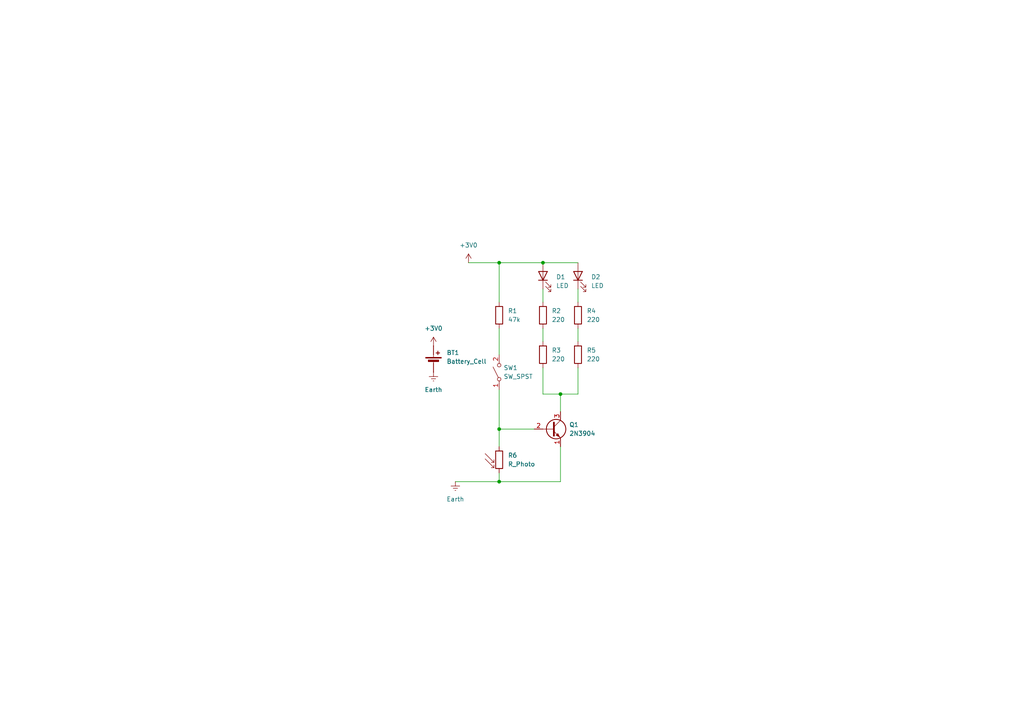
<source format=kicad_sch>
(kicad_sch (version 20250114) (generator "eeschema") (generator_version "9.0")
  (paper "A4")
  (lib_symbols
    (symbol "Device:Battery_Cell" (pin_numbers (hide yes)) (pin_names (offset 0) (hide yes))
      (property "Reference" "BT" (at 2.54 2.54 0))
      (property "Value" "Battery_Cell" (at 2.54 0 0))
      (symbol "Battery_Cell_0_1"
        (rectangle (start -2.286 1.778) (end 2.286 1.524) (fill (type outline)))
        (rectangle (start -1.524 1.016) (end 1.524 0.508) (fill (type outline)))
        (polyline (pts (xy 0 1.778) (xy 0 2.54)))
        (polyline (pts (xy 0 0.762) (xy 0 0)))
        (polyline (pts (xy 0.762 3.048) (xy 1.778 3.048)) (stroke (width 0.254)))
        (polyline (pts (xy 1.27 3.556) (xy 1.27 2.54)) (stroke (width 0.254)))
      )
      (symbol "Battery_Cell_1_1"
        (pin passive line (at 0 5.08 270) (length 2.54) (name "+") (number "1"))
        (pin passive line (at 0 -2.54 90) (length 2.54) (name "-") (number "2"))
      )
    )
    (symbol "Device:LED" (pin_numbers (hide yes)) (pin_names (offset 1.016) (hide yes))
      (property "Reference" "D" (at 0 2.54 0))
      (property "Value" "LED" (at 0 -2.54 0))
      (symbol "LED_0_1"
        (polyline (pts (xy -3.048 -0.762) (xy -4.572 -2.286) (xy -3.81 -2.286) (xy -4.572 -2.286) (xy -4.572 -1.524)))
        (polyline (pts (xy -1.778 -0.762) (xy -3.302 -2.286) (xy -2.54 -2.286) (xy -3.302 -2.286) (xy -3.302 -1.524)))
        (polyline (pts (xy -1.27 0) (xy 1.27 0)))
        (polyline (pts (xy -1.27 -1.27) (xy -1.27 1.27)) (stroke (width 0.254)))
        (polyline (pts (xy 1.27 -1.27) (xy 1.27 1.27) (xy -1.27 0) (xy 1.27 -1.27)) (stroke (width 0.254)))
      )
      (symbol "LED_1_1"
        (pin passive line (at -3.81 0 0) (length 2.54) (name "K") (number "1"))
        (pin passive line (at 3.81 0 180) (length 2.54) (name "A") (number "2"))
      )
    )
    (symbol "Device:R" (pin_numbers (hide yes)) (pin_names (offset 0))
      (property "Reference" "R" (at 2.032 0 90))
      (property "Value" "R" (at 0 0 90))
      (symbol "R_0_1"
        (rectangle (start -1.016 -2.54) (end 1.016 2.54) (stroke (width 0.254)))
      )
      (symbol "R_1_1"
        (pin passive line (at 0 3.81 270) (length 1.27) (name "~") (number "1"))
        (pin passive line (at 0 -3.81 90) (length 1.27) (name "~") (number "2"))
      )
    )
    (symbol "Device:R_Photo" (pin_numbers (hide yes)) (pin_names (offset 0))
      (property "Reference" "R" (at 1.27 1.27 0))
      (property "Value" "R_Photo" (at 1.27 0 0))
      (symbol "R_Photo_0_1"
        (polyline (pts (xy -1.524 -0.762) (xy -4.064 1.778)))
        (polyline (pts (xy -1.524 -0.762) (xy -2.286 -0.762)))
        (polyline (pts (xy -1.524 -0.762) (xy -1.524 0)))
        (polyline (pts (xy -1.524 -2.286) (xy -4.064 0.254)))
        (polyline (pts (xy -1.524 -2.286) (xy -2.286 -2.286)))
        (polyline (pts (xy -1.524 -2.286) (xy -1.524 -1.524)))
        (rectangle (start -1.016 2.54) (end 1.016 -2.54) (stroke (width 0.254)))
      )
      (symbol "R_Photo_1_1"
        (pin passive line (at 0 3.81 270) (length 1.27) (name "~") (number "1"))
        (pin passive line (at 0 -3.81 90) (length 1.27) (name "~") (number "2"))
      )
    )
    (symbol "Switch:SW_SPST" (pin_names (offset 0) (hide yes))
      (property "Reference" "SW" (at 0 3.175 0))
      (property "Value" "SW_SPST" (at 0 -2.54 0))
      (symbol "SW_SPST_0_0"
        (circle (center -2.032 0) (radius 0.508))
        (polyline (pts (xy -1.524 0.254) (xy 1.524 1.778)))
        (circle (center 2.032 0) (radius 0.508))
      )
      (symbol "SW_SPST_1_1"
        (pin passive line (at -5.08 0 0) (length 2.54) (name "A") (number "1"))
        (pin passive line (at 5.08 0 180) (length 2.54) (name "B") (number "2"))
      )
    )
    (symbol "Transistor_BJT:2N3904" (pin_names (offset 0) (hide yes))
      (property "Reference" "Q" (at 5.08 1.905 0))
      (property "Value" "2N3904" (at 5.08 0 0))
      (symbol "2N3904_0_1"
        (polyline (pts (xy -2.54 0) (xy 0.635 0)))
        (polyline (pts (xy 0.635 1.905) (xy 0.635 -1.905)) (stroke (width 0.508)))
        (circle (center 1.27 0) (radius 2.8194) (stroke (width 0.254)))
      )
      (symbol "2N3904_1_1"
        (polyline (pts (xy 0.635 0.635) (xy 2.54 2.54)))
        (polyline (pts (xy 0.635 -0.635) (xy 2.54 -2.54)))
        (polyline (pts (xy 1.27 -1.778) (xy 1.778 -1.27) (xy 2.286 -2.286) (xy 1.27 -1.778)) (fill (type outline)))
        (pin input line (at -5.08 0 0) (length 2.54) (name "B") (number "2"))
        (pin passive line (at 2.54 5.08 270) (length 2.54) (name "C") (number "3"))
        (pin passive line (at 2.54 -5.08 90) (length 2.54) (name "E") (number "1"))
      )
    )
    (symbol "power:+3V0" (power) (pin_numbers (hide yes)) (pin_names (offset 0) (hide yes))
      (property "Value" "+3V0" (at 0 3.556 0))
      (symbol "+3V0_0_1"
        (polyline (pts (xy -0.762 1.27) (xy 0 2.54)))
        (polyline (pts (xy 0 2.54) (xy 0.762 1.27)))
        (polyline (pts (xy 0 0) (xy 0 2.54)))
      )
      (symbol "+3V0_1_1"
        (pin power_in line (at 0 0 90) (length 0) (name "~") (number "1"))
      )
    )
    (symbol "power:Earth" (power) (pin_numbers (hide yes)) (pin_names (offset 0) (hide yes))
      (property "Value" "Earth" (at 0 -3.81 0))
      (symbol "Earth_0_1"
        (polyline (pts (xy -0.635 -1.905) (xy 0.635 -1.905)))
        (polyline (pts (xy -0.127 -2.54) (xy 0.127 -2.54)))
        (polyline (pts (xy 0 -1.27) (xy 0 0)))
        (polyline (pts (xy 1.27 -1.27) (xy -1.27 -1.27)))
      )
      (symbol "Earth_1_1"
        (pin power_in line (at 0 0 270) (length 0) (name "~") (number "1"))
      )
    )
  )
  (junction (at 157.48 76.2))
  (junction (at 144.78 139.7))
  (junction (at 144.78 76.2))
  (junction (at 144.78 124.46))
  (junction (at 162.56 114.3))
  (wire (pts (xy 132.08 139.7) (xy 144.78 139.7)))
  (wire (pts (xy 157.48 83.82) (xy 157.48 87.63)))
  (wire (pts (xy 157.48 106.68) (xy 157.48 114.3)))
  (wire (pts (xy 144.78 139.7) (xy 162.56 139.7)))
  (wire (pts (xy 144.78 76.2) (xy 157.48 76.2)))
  (wire (pts (xy 144.78 137.16) (xy 144.78 139.7)))
  (wire (pts (xy 167.64 106.68) (xy 167.64 114.3)))
  (wire (pts (xy 144.78 113.03) (xy 144.78 124.46)))
  (wire (pts (xy 135.89 76.2) (xy 144.78 76.2)))
  (wire (pts (xy 167.64 83.82) (xy 167.64 87.63)))
  (wire (pts (xy 167.64 95.25) (xy 167.64 99.06)))
  (wire (pts (xy 162.56 129.54) (xy 162.56 139.7)))
  (wire (pts (xy 157.48 114.3) (xy 162.56 114.3)))
  (wire (pts (xy 144.78 124.46) (xy 144.78 129.54)))
  (wire (pts (xy 144.78 76.2) (xy 144.78 87.63)))
  (wire (pts (xy 157.48 95.25) (xy 157.48 99.06)))
  (wire (pts (xy 144.78 124.46) (xy 154.94 124.46)))
  (wire (pts (xy 157.48 76.2) (xy 167.64 76.2)))
  (wire (pts (xy 162.56 114.3) (xy 167.64 114.3)))
  (wire (pts (xy 162.56 114.3) (xy 162.56 119.38)))
  (wire (pts (xy 144.78 95.25) (xy 144.78 102.87)))
  (symbol (lib_id "power:Earth") (at 125.73 107.95 0) (unit 1)
    (property "Reference" "#PWR02" (effects (hide yes)))
    (property "Value" "Earth" (at 125.73 113.03 0))
    (property "Description" "Power symbol creates a global label with name \"Earth\"" (effects (hide yes)))
  )
  (symbol (lib_id "Transistor_BJT:2N3904") (at 160.02 124.46 0) (unit 1)
    (property "Reference" "Q1" (at 165.1 123.1899 0) (effects (justify left)))
    (property "Value" "2N3904" (at 165.1 125.7299 0) (effects (justify left)))
    (property "Footprint" "Package_TO_SOT_THT:TO-92_Inline" (effects (hide yes)))
    (property "Datasheet" "https://www.onsemi.com/pub/Collateral/2N3903-D.PDF" (effects (hide yes)))
    (property "Description" "0.2A Ic, 40V Vce, Small Signal NPN Transistor, TO-92" (effects (hide yes)))
  )
  (symbol (lib_id "Device:R_Photo") (at 144.78 133.35 0) (unit 1)
    (property "Reference" "R6" (at 147.32 132.0799 0) (effects (justify left)))
    (property "Value" "R_Photo" (at 147.32 134.6199 0) (effects (justify left)))
    (property "Footprint" "OptoDevice:R_LDR_5.1x4.3mm_P3.4mm_Vertical" (effects (hide yes)))
    (property "Description" "Photoresistor" (effects (hide yes)))
  )
  (symbol (lib_id "Device:LED") (at 157.48 80.01 90) (unit 1)
    (property "Reference" "D1" (at 161.29 80.3274 90) (effects (justify right)))
    (property "Value" "LED" (at 161.29 82.8674 90) (effects (justify right)))
    (property "Footprint" "LED_THT:LED_D5.0mm" (effects (hide yes)))
    (property "Description" "Light emitting diode" (effects (hide yes)))
    (property "Sim.Pins" "1=K 2=A" (effects (hide yes)))
  )
  (symbol (lib_id "Device:Battery_Cell") (at 125.73 105.41 0) (unit 1)
    (property "Reference" "BT1" (at 129.54 102.2984 0) (effects (justify left)))
    (property "Value" "Battery_Cell" (at 129.54 104.8384 0) (effects (justify left)))
    (property "Footprint" "Battery:BatteryHolder_Keystone_3034_1x20mm" (effects (hide yes)))
    (property "Description" "Single-cell battery" (effects (hide yes)))
  )
  (symbol (lib_id "Device:R") (at 167.64 102.87 0) (unit 1)
    (property "Reference" "R5" (at 170.18 101.5999 0) (effects (justify left)))
    (property "Value" "220" (at 170.18 104.1399 0) (effects (justify left)))
    (property "Footprint" "Resistor_THT:R_Axial_DIN0207_L6.3mm_D2.5mm_P7.62mm_Horizontal" (effects (hide yes)))
    (property "Description" "Resistor" (effects (hide yes)))
  )
  (symbol (lib_id "Device:LED") (at 167.64 80.01 90) (unit 1)
    (property "Reference" "D2" (at 171.45 80.3274 90) (effects (justify right)))
    (property "Value" "LED" (at 171.45 82.8674 90) (effects (justify right)))
    (property "Footprint" "LED_THT:LED_D5.0mm" (effects (hide yes)))
    (property "Description" "Light emitting diode" (effects (hide yes)))
    (property "Sim.Pins" "1=K 2=A" (effects (hide yes)))
  )
  (symbol (lib_id "Device:R") (at 167.64 91.44 0) (unit 1)
    (property "Reference" "R4" (at 170.18 90.1699 0) (effects (justify left)))
    (property "Value" "220" (at 170.18 92.7099 0) (effects (justify left)))
    (property "Footprint" "Resistor_THT:R_Axial_DIN0207_L6.3mm_D2.5mm_P7.62mm_Horizontal" (effects (hide yes)))
    (property "Description" "Resistor" (effects (hide yes)))
  )
  (symbol (lib_id "Device:R") (at 157.48 91.44 0) (unit 1)
    (property "Reference" "R2" (at 160.02 90.1699 0) (effects (justify left)))
    (property "Value" "220" (at 160.02 92.7099 0) (effects (justify left)))
    (property "Footprint" "Resistor_THT:R_Axial_DIN0207_L6.3mm_D2.5mm_P7.62mm_Horizontal" (effects (hide yes)))
    (property "Description" "Resistor" (effects (hide yes)))
  )
  (symbol (lib_id "power:Earth") (at 132.08 139.7 0) (unit 1)
    (property "Reference" "#PWR04" (effects (hide yes)))
    (property "Value" "Earth" (at 132.08 144.78 0))
    (property "Description" "Power symbol creates a global label with name \"Earth\"" (effects (hide yes)))
  )
  (symbol (lib_id "Switch:SW_SPST") (at 144.78 107.95 90) (unit 1)
    (property "Reference" "SW1" (at 146.05 106.6799 90) (effects (justify right)))
    (property "Value" "SW_SPST" (at 146.05 109.2199 90) (effects (justify right)))
    (property "Footprint" "Button_Switch_THT:SW_DIP_SPSTx01_Slide_9.78x4.72mm_W7.62mm_P2.54mm" (effects (hide yes)))
    (property "Description" "Single Pole Single Throw (SPST) switch" (effects (hide yes)))
  )
  (symbol (lib_id "Device:R") (at 144.78 91.44 0) (unit 1)
    (property "Reference" "R1" (at 147.32 90.1699 0) (effects (justify left)))
    (property "Value" "47k" (at 147.32 92.7099 0) (effects (justify left)))
    (property "Footprint" "Resistor_THT:R_Axial_DIN0207_L6.3mm_D2.5mm_P7.62mm_Horizontal" (effects (hide yes)))
    (property "Description" "Resistor" (effects (hide yes)))
  )
  (symbol (lib_id "power:+3V0") (at 125.73 100.33 0) (unit 1)
    (property "Reference" "#PWR01" (effects (hide yes)))
    (property "Value" "+3V0" (at 125.73 95.25 0))
    (property "Description" "Power symbol creates a global label with name \"+3V0\"" (effects (hide yes)))
  )
  (symbol (lib_id "Device:R") (at 157.48 102.87 0) (unit 1)
    (property "Reference" "R3" (at 160.02 101.5999 0) (effects (justify left)))
    (property "Value" "220" (at 160.02 104.1399 0) (effects (justify left)))
    (property "Footprint" "Resistor_THT:R_Axial_DIN0207_L6.3mm_D2.5mm_P7.62mm_Horizontal" (effects (hide yes)))
    (property "Description" "Resistor" (effects (hide yes)))
  )
  (symbol (lib_id "power:+3V0") (at 135.89 76.2 0) (unit 1)
    (property "Reference" "#PWR03" (effects (hide yes)))
    (property "Value" "+3V0" (at 135.89 71.12 0))
    (property "Description" "Power symbol creates a global label with name \"+3V0\"" (effects (hide yes)))
  )
)
</source>
